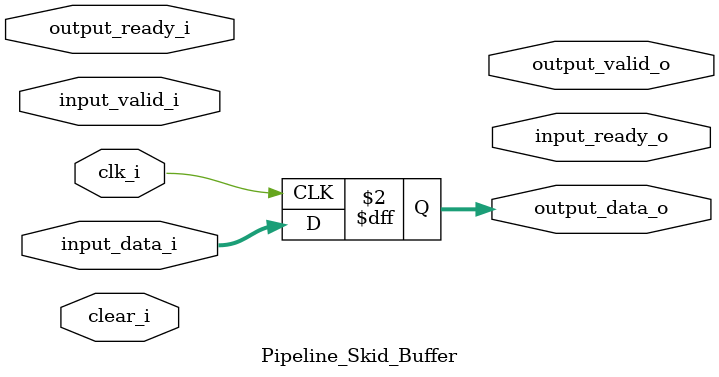
<source format=sv>
`default_nettype none
module Pipeline_Skid_Buffer #(
    parameter WIDTH = 32
) (
    input wire              clk_i,
    input wire              clear_i,

    input wire              input_valid_i,
    output wire             input_ready_o,
    input wire [WIDTH-1:0]  input_data_i,

    output wire             output_valid_o,
    input wire              output_ready_i,
    output logic [WIDTH-1:0] output_data_o
);
    always_ff @(posedge clk_i) begin
        output_data_o <= input_data_i;
    end
endmodule
</source>
